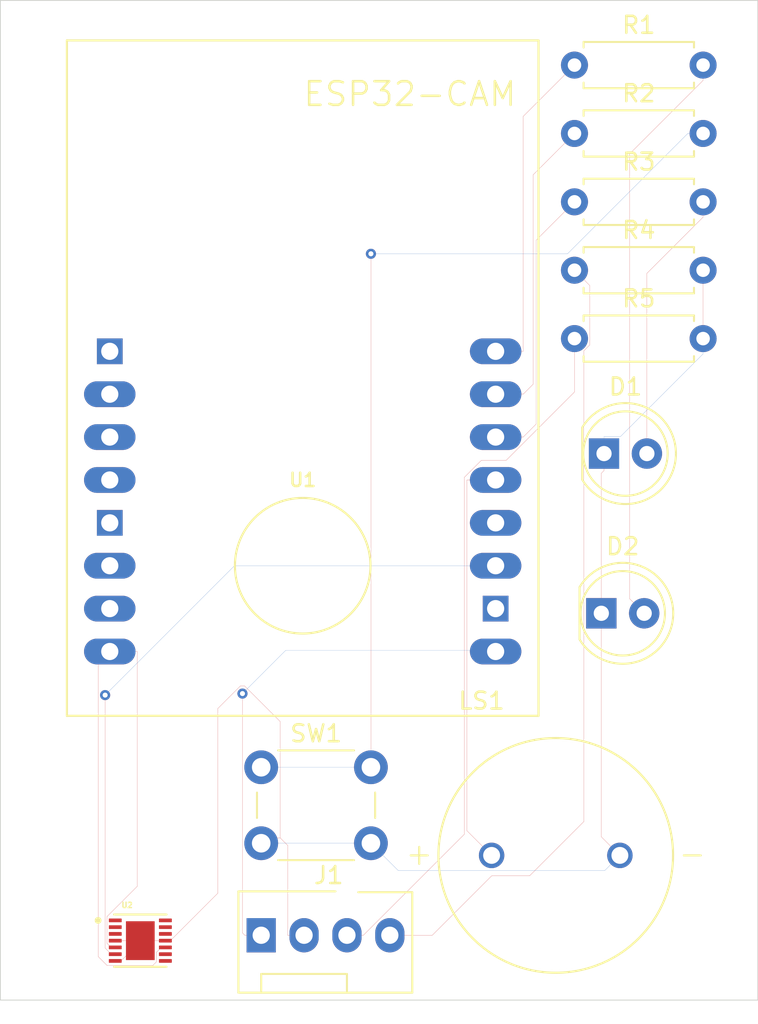
<source format=kicad_pcb>
(kicad_pcb (version 20240108) (generator "pcbnew") (generator_version "8.0")
  (layers (0 "F.Cu" signal) (31 "B.Cu" signal) (34 "B.Paste" user) (35 "F.Paste" user) (36 "B.SilkS" user "B.Silkscreen") (37 "F.SilkS" user "F.Silkscreen") (38 "B.Mask" user) (39 "F.Mask" user) (44 "Edge.Cuts" user))
  (net 0 "")
  (net 1 "GND")
  (net 2 "Net-(D1-A)")
  (net 3 "Net-(D2-A)")
  (net 4 "VCC")
  (net 5 "CC2")
  (net 6 "CC1")
  (net 7 "Net-(U1-GPIO15)")
  (net 8 "Net-(U1-GPIO4)")
  (net 9 "Net-(U1-GPIO2)")
  (net 10 "Net-(R2-Pad2)")
  (net 11 "Net-(U1-GPIO14)")
  (net 17 "Net-(U1-GPIO12)")
  (net 18 "Net-(U1-3V3)")
  (footprint "Resistor_THT:R_Axial_DIN0207_L6.3mm_D2.5mm_P7.62mm_Horizontal" (layer "F.Cu") (at 137.08 92.65)
    (property "Reference" "R4" (at 3.81 -2.37 0) (layer "F.SilkS"))
    (property "Value" "5.1k")
    (fp_line (start 0.54 -1.37) (end 7.08 -1.37) (stroke (width 0.12)) (layer "F.SilkS"))
    (fp_line (start 0.54 -1.04) (end 0.54 -1.37) (stroke (width 0.12)) (layer "F.SilkS"))
    (fp_line (start 0.54 1.04) (end 0.54 1.37) (stroke (width 0.12)) (layer "F.SilkS"))
    (fp_line (start 0.54 1.37) (end 7.08 1.37) (stroke (width 0.12)) (layer "F.SilkS"))
    (fp_line (start 7.08 -1.37) (end 7.08 -1.04) (stroke (width 0.12)) (layer "F.SilkS"))
    (fp_line (start 7.08 1.37) (end 7.08 1.04) (stroke (width 0.12)) (layer "F.SilkS"))
    (pad "1" thru_hole circle (at 0 0) (size 1.6 1.6) (drill 0.8) (layers "*.Cu" "*.Mask") (net 5 "CC2"))
    (pad "2" thru_hole oval (at 7.62 0) (size 1.6 1.6) (drill 0.8) (layers "*.Cu" "*.Mask") (net 1 "GND"))
  )
  (footprint "Connector:FanPinHeader_1x04_P2.54mm_Vertical" (layer "F.Cu") (at 118.52 132.04)
    (property "Reference" "J1" (at 4 -3.55 0) (layer "F.SilkS"))
    (property "Value" "USB-C Breakout Board")
    (fp_line (start -1.35 -2.6) (end 4.4 -2.6) (stroke (width 0.12)) (layer "F.SilkS"))
    (fp_line (start -1.35 3.4) (end -1.35 -2.6) (stroke (width 0.12)) (layer "F.SilkS"))
    (fp_line (start 0 2.29) (end 5.08 2.29) (stroke (width 0.12)) (layer "F.SilkS"))
    (fp_line (start 0 3.3) (end 0 2.29) (stroke (width 0.12)) (layer "F.SilkS"))
    (fp_line (start 5.08 2.29) (end 5.08 3.3) (stroke (width 0.12)) (layer "F.SilkS"))
    (fp_line (start 5.75 -2.55) (end 8.95 -2.55) (stroke (width 0.12)) (layer "F.SilkS"))
    (fp_line (start 8.95 -2.55) (end 8.95 3.4) (stroke (width 0.12)) (layer "F.SilkS"))
    (fp_line (start 8.95 3.4) (end -1.35 3.4) (stroke (width 0.12)) (layer "F.SilkS"))
    (pad "" np_thru_hole circle (at 5.08 -2.16 90) (size 1.1 1.1) (drill 1.1) (layers "*.Cu" "*.Mask"))
    (pad "1" thru_hole rect (at 0 0 90) (size 2.03 1.73) (drill 1.02) (layers "*.Cu" "*.Mask") (net 4 "VCC"))
    (pad "2" thru_hole oval (at 2.54 0 90) (size 2.03 1.73) (drill 1.02) (layers "*.Cu" "*.Mask") (net 1 "GND"))
    (pad "3" thru_hole oval (at 5.08 0 90) (size 2.03 1.73) (drill 1.02) (layers "*.Cu" "*.Mask") (net 6 "CC1"))
    (pad "4" thru_hole oval (at 7.62 0 90) (size 2.03 1.73) (drill 1.02) (layers "*.Cu" "*.Mask") (net 5 "CC2"))
  )
  (footprint "MAX9814ETD_T:SON40P300X300X80-15N" (layer "F.Cu") (at 111.3575 132.36)
    (property "Reference" "U2" (at -0.784 -2.1032 0) (layer "F.SilkS") (effects (font (size 0.32 0.32))))
    (property "Value" "MAX9814")
    (fp_line (start -1.55 -1.55) (end 1.55 -1.55) (stroke (width 0.127)) (layer "F.SilkS"))
    (fp_line (start -1.55 1.55) (end 1.55 1.55) (stroke (width 0.127)) (layer "F.SilkS"))
    (fp_circle (center -2.5 -1.2) (end -2.4 -1.2) (stroke (width 0.2)) (fill none) (layer "F.SilkS"))
    (pad "1" smd roundrect (at -1.485 -1.2) (size 0.76 0.22) (layers "F.Cu" "F.Paste" "F.Mask") (roundrect_rratio 0.125))
    (pad "2" smd roundrect (at -1.485 -0.8) (size 0.76 0.22) (layers "F.Cu" "F.Paste" "F.Mask") (roundrect_rratio 0.125))
    (pad "3" smd roundrect (at -1.485 -0.4) (size 0.76 0.22) (layers "F.Cu" "F.Paste" "F.Mask") (roundrect_rratio 0.125))
    (pad "4" smd roundrect (at -1.485 0) (size 0.76 0.22) (layers "F.Cu" "F.Paste" "F.Mask") (roundrect_rratio 0.125) (net 1 "GND"))
    (pad "5" smd roundrect (at -1.485 0.4) (size 0.76 0.22) (layers "F.Cu" "F.Paste" "F.Mask") (roundrect_rratio 0.125) (net 18 "Net-(U1-3V3)"))
    (pad "6" smd roundrect (at -1.485 0.8) (size 0.76 0.22) (layers "F.Cu" "F.Paste" "F.Mask") (roundrect_rratio 0.125) (net 17 "Net-(U1-GPIO12)"))
    (pad "7" smd roundrect (at -1.485 1.2) (size 0.76 0.22) (layers "F.Cu" "F.Paste" "F.Mask") (roundrect_rratio 0.125) (net 1 "GND"))
    (pad "8" smd roundrect (at 1.485 1.2) (size 0.76 0.22) (layers "F.Cu" "F.Paste" "F.Mask") (roundrect_rratio 0.125))
    (pad "9" smd roundrect (at 1.485 0.8) (size 0.76 0.22) (layers "F.Cu" "F.Paste" "F.Mask") (roundrect_rratio 0.125))
    (pad "10" smd roundrect (at 1.485 0.4) (size 0.76 0.22) (layers "F.Cu" "F.Paste" "F.Mask") (roundrect_rratio 0.125) (net 18 "Net-(U1-3V3)"))
    (pad "11" smd roundrect (at 1.485 0) (size 0.76 0.22) (layers "F.Cu" "F.Paste" "F.Mask") (roundrect_rratio 0.125) (net 1 "GND"))
    (pad "12" smd roundrect (at 1.485 -0.4) (size 0.76 0.22) (layers "F.Cu" "F.Paste" "F.Mask") (roundrect_rratio 0.125))
    (pad "13" smd roundrect (at 1.485 -0.8) (size 0.76 0.22) (layers "F.Cu" "F.Paste" "F.Mask") (roundrect_rratio 0.125))
    (pad "14" smd roundrect (at 1.485 -1.2) (size 0.76 0.22) (layers "F.Cu" "F.Paste" "F.Mask") (roundrect_rratio 0.125))
    (pad "15" smd rect (at 0 0) (size 1.7 2.3) (layers "F.Cu" "F.Mask") (net 1 "GND"))
  )
  (footprint "Resistor_THT:R_Axial_DIN0207_L6.3mm_D2.5mm_P7.62mm_Horizontal" (layer "F.Cu") (at 137.08 80.5)
    (property "Reference" "R1" (at 3.81 -2.37 0) (layer "F.SilkS"))
    (property "Value" "1k")
    (fp_line (start 0.54 -1.37) (end 7.08 -1.37) (stroke (width 0.12)) (layer "F.SilkS"))
    (fp_line (start 0.54 -1.04) (end 0.54 -1.37) (stroke (width 0.12)) (layer "F.SilkS"))
    (fp_line (start 0.54 1.04) (end 0.54 1.37) (stroke (width 0.12)) (layer "F.SilkS"))
    (fp_line (start 0.54 1.37) (end 7.08 1.37) (stroke (width 0.12)) (layer "F.SilkS"))
    (fp_line (start 7.08 -1.37) (end 7.08 -1.04) (stroke (width 0.12)) (layer "F.SilkS"))
    (fp_line (start 7.08 1.37) (end 7.08 1.04) (stroke (width 0.12)) (layer "F.SilkS"))
    (pad "1" thru_hole circle (at 0 0) (size 1.6 1.6) (drill 0.8) (layers "*.Cu" "*.Mask") (net 8 "Net-(U1-GPIO4)"))
    (pad "2" thru_hole oval (at 7.62 0) (size 1.6 1.6) (drill 0.8) (layers "*.Cu" "*.Mask") (net 3 "Net-(D2-A)"))
  )
  (footprint "LED_THT:LED_D5.0mm" (layer "F.Cu") (at 138.67 112.97)
    (property "Reference" "D2" (at 1.27 -3.96 0) (layer "F.SilkS"))
    (property "Value" "Blue")
    (fp_line (start -1.29 -1.545) (end -1.29 1.545) (stroke (width 0.12)) (layer "F.SilkS"))
    (fp_arc (start -1.29 -1.54483) (mid 2.071756 -2.880501) (end 4.26 -0.000048) (stroke (width 0.12)) (layer "F.SilkS"))
    (fp_arc (start 4.26 0.000048) (mid 2.071756 2.880501) (end -1.29 1.54483) (stroke (width 0.12)) (layer "F.SilkS"))
    (fp_circle (center 1.27 0) (end 3.77 0) (stroke (width 0.12)) (fill none) (layer "F.SilkS"))
    (pad "1" thru_hole rect (at 0 0) (size 1.8 1.8) (drill 0.9) (layers "*.Cu" "*.Mask") (net 1 "GND"))
    (pad "2" thru_hole circle (at 2.54 0) (size 1.8 1.8) (drill 0.9) (layers "*.Cu" "*.Mask") (net 3 "Net-(D2-A)"))
  )
  (footprint "Resistor_THT:R_Axial_DIN0207_L6.3mm_D2.5mm_P7.62mm_Horizontal" (layer "F.Cu") (at 137.08 84.55)
    (property "Reference" "R2" (at 3.81 -2.37 0) (layer "F.SilkS"))
    (property "Value" "10k")
    (fp_line (start 0.54 -1.37) (end 7.08 -1.37) (stroke (width 0.12)) (layer "F.SilkS"))
    (fp_line (start 0.54 -1.04) (end 0.54 -1.37) (stroke (width 0.12)) (layer "F.SilkS"))
    (fp_line (start 0.54 1.04) (end 0.54 1.37) (stroke (width 0.12)) (layer "F.SilkS"))
    (fp_line (start 0.54 1.37) (end 7.08 1.37) (stroke (width 0.12)) (layer "F.SilkS"))
    (fp_line (start 7.08 -1.37) (end 7.08 -1.04) (stroke (width 0.12)) (layer "F.SilkS"))
    (fp_line (start 7.08 1.37) (end 7.08 1.04) (stroke (width 0.12)) (layer "F.SilkS"))
    (pad "1" thru_hole circle (at 0 0) (size 1.6 1.6) (drill 0.8) (layers "*.Cu" "*.Mask") (net 9 "Net-(U1-GPIO2)"))
    (pad "2" thru_hole oval (at 7.62 0) (size 1.6 1.6) (drill 0.8) (layers "*.Cu" "*.Mask") (net 10 "Net-(R2-Pad2)"))
  )
  (footprint "Resistor_THT:R_Axial_DIN0207_L6.3mm_D2.5mm_P7.62mm_Horizontal" (layer "F.Cu") (at 137.08 96.7)
    (property "Reference" "R5" (at 3.81 -2.37 0) (layer "F.SilkS"))
    (property "Value" "5.1k")
    (fp_line (start 0.54 -1.37) (end 7.08 -1.37) (stroke (width 0.12)) (layer "F.SilkS"))
    (fp_line (start 0.54 -1.04) (end 0.54 -1.37) (stroke (width 0.12)) (layer "F.SilkS"))
    (fp_line (start 0.54 1.04) (end 0.54 1.37) (stroke (width 0.12)) (layer "F.SilkS"))
    (fp_line (start 0.54 1.37) (end 7.08 1.37) (stroke (width 0.12)) (layer "F.SilkS"))
    (fp_line (start 7.08 -1.37) (end 7.08 -1.04) (stroke (width 0.12)) (layer "F.SilkS"))
    (fp_line (start 7.08 1.37) (end 7.08 1.04) (stroke (width 0.12)) (layer "F.SilkS"))
    (pad "1" thru_hole circle (at 0 0) (size 1.6 1.6) (drill 0.8) (layers "*.Cu" "*.Mask") (net 6 "CC1"))
    (pad "2" thru_hole oval (at 7.62 0) (size 1.6 1.6) (drill 0.8) (layers "*.Cu" "*.Mask") (net 1 "GND"))
  )
  (footprint "Button_Switch_THT:SW_PUSH_6mm_H13mm" (layer "F.Cu") (at 118.52 122.09)
    (property "Reference" "SW1" (at 3.25 -2 0) (layer "F.SilkS"))
    (property "Value" "SW_Push")
    (fp_line (start -0.25 1.5) (end -0.25 3) (stroke (width 0.12)) (layer "F.SilkS"))
    (fp_line (start 1 5.5) (end 5.5 5.5) (stroke (width 0.12)) (layer "F.SilkS"))
    (fp_line (start 5.5 -1) (end 1 -1) (stroke (width 0.12)) (layer "F.SilkS"))
    (fp_line (start 6.75 3) (end 6.75 1.5) (stroke (width 0.12)) (layer "F.SilkS"))
    (pad "1" thru_hole circle (at 0 0 90) (size 2 2) (drill 1.1) (layers "*.Cu" "*.Mask") (net 10 "Net-(R2-Pad2)"))
    (pad "1" thru_hole circle (at 6.5 0 90) (size 2 2) (drill 1.1) (layers "*.Cu" "*.Mask") (net 10 "Net-(R2-Pad2)"))
    (pad "2" thru_hole circle (at 0 4.5 90) (size 2 2) (drill 1.1) (layers "*.Cu" "*.Mask") (net 1 "GND"))
    (pad "2" thru_hole circle (at 6.5 4.5 90) (size 2 2) (drill 1.1) (layers "*.Cu" "*.Mask") (net 1 "GND"))
  )
  (footprint "ESP32-CAM:ESP32-CAM" (layer "F.Cu") (at 120.9785 105.0735)
    (property "Reference" "U1" (at 0 0 0) (layer "F.SilkS") (effects (font (size 0.787402 0.787402))))
    (property "Value" "ESP32-CAM")
    (fp_line (start -13.97 -26.035) (end -13.97 13.97) (stroke (width 0.127)) (layer "F.SilkS"))
    (fp_line (start -13.97 13.97) (end 13.97 13.97) (stroke (width 0.127)) (layer "F.SilkS"))
    (fp_line (start 13.97 -26.035) (end -13.97 -26.035) (stroke (width 0.127)) (layer "F.SilkS"))
    (fp_line (start 13.97 13.97) (end 13.97 -26.035) (stroke (width 0.127)) (layer "F.SilkS"))
    (fp_circle (center 0 5.08) (end 4.01609 5.08) (stroke (width 0.127)) (fill none) (layer "F.SilkS"))
    (fp_text user "ESP32-CAM" (at 6.35 -22.86 0) (layer "F.SilkS") (effects (font (size 1.4 1.4))))
    (pad "P$1" thru_hole rect (at -11.43 -7.62) (size 1.524 1.524) (drill 1.016) (layers "*.Cu" "*.Mask"))
    (pad "P$2" thru_hole oval (at -11.43 -5.08) (size 3.048 1.524) (drill 1.016) (layers "*.Cu" "*.Mask"))
    (pad "P$3" thru_hole oval (at -11.43 -2.54) (size 3.048 1.524) (drill 1.016) (layers "*.Cu" "*.Mask"))
    (pad "P$4" thru_hole oval (at -11.43 0) (size 3.048 1.524) (drill 1.016) (layers "*.Cu" "*.Mask"))
    (pad "P$5" thru_hole rect (at -11.43 2.54) (size 1.524 1.524) (drill 1.016) (layers "*.Cu" "*.Mask"))
    (pad "P$6" thru_hole oval (at -11.43 5.08) (size 3.048 1.524) (drill 1.016) (layers "*.Cu" "*.Mask"))
    (pad "P$7" thru_hole oval (at -11.43 7.62) (size 3.048 1.524) (drill 1.016) (layers "*.Cu" "*.Mask"))
    (pad "P$8" thru_hole oval (at -11.43 10.16) (size 3.048 1.524) (drill 1.016) (layers "*.Cu" "*.Mask") (net 18 "Net-(U1-3V3)"))
    (pad "P$9" thru_hole oval (at 11.43 10.16) (size 3.048 1.524) (drill 1.016) (layers "*.Cu" "*.Mask") (net 4 "VCC"))
    (pad "P$10" thru_hole rect (at 11.43 7.62) (size 1.524 1.524) (drill 1.016) (layers "*.Cu" "*.Mask"))
    (pad "P$11" thru_hole oval (at 11.43 5.08) (size 3.048 1.524) (drill 1.016) (layers "*.Cu" "*.Mask") (net 17 "Net-(U1-GPIO12)"))
    (pad "P$12" thru_hole oval (at 11.43 2.54) (size 3.048 1.524) (drill 1.016) (layers "*.Cu" "*.Mask"))
    (pad "P$13" thru_hole oval (at 11.43 0) (size 3.048 1.524) (drill 1.016) (layers "*.Cu" "*.Mask") (net 7 "Net-(U1-GPIO15)"))
    (pad "P$14" thru_hole oval (at 11.43 -2.54) (size 3.048 1.524) (drill 1.016) (layers "*.Cu" "*.Mask") (net 11 "Net-(U1-GPIO14)"))
    (pad "P$15" thru_hole oval (at 11.43 -5.08) (size 3.048 1.524) (drill 1.016) (layers "*.Cu" "*.Mask") (net 9 "Net-(U1-GPIO2)"))
    (pad "P$16" thru_hole oval (at 11.43 -7.62) (size 3.048 1.524) (drill 1.016) (layers "*.Cu" "*.Mask") (net 8 "Net-(U1-GPIO4)"))
  )
  (footprint "LED_THT:LED_D5.0mm" (layer "F.Cu") (at 138.83 103.51)
    (property "Reference" "D1" (at 1.27 -3.96 0) (layer "F.SilkS"))
    (property "Value" "Red")
    (fp_line (start -1.29 -1.545) (end -1.29 1.545) (stroke (width 0.12)) (layer "F.SilkS"))
    (fp_arc (start -1.29 -1.54483) (mid 2.071756 -2.880501) (end 4.26 -0.000048) (stroke (width 0.12)) (layer "F.SilkS"))
    (fp_arc (start 4.26 0.000048) (mid 2.071756 2.880501) (end -1.29 1.54483) (stroke (width 0.12)) (layer "F.SilkS"))
    (fp_circle (center 1.27 0) (end 3.77 0) (stroke (width 0.12)) (fill none) (layer "F.SilkS"))
    (pad "1" thru_hole rect (at 0 0) (size 1.8 1.8) (drill 0.9) (layers "*.Cu" "*.Mask") (net 1 "GND"))
    (pad "2" thru_hole circle (at 2.54 0) (size 1.8 1.8) (drill 0.9) (layers "*.Cu" "*.Mask") (net 2 "Net-(D1-A)"))
  )
  (footprint "Resistor_THT:R_Axial_DIN0207_L6.3mm_D2.5mm_P7.62mm_Horizontal" (layer "F.Cu") (at 137.08 88.6)
    (property "Reference" "R3" (at 3.81 -2.37 0) (layer "F.SilkS"))
    (property "Value" "1k")
    (fp_line (start 0.54 -1.37) (end 7.08 -1.37) (stroke (width 0.12)) (layer "F.SilkS"))
    (fp_line (start 0.54 -1.04) (end 0.54 -1.37) (stroke (width 0.12)) (layer "F.SilkS"))
    (fp_line (start 0.54 1.04) (end 0.54 1.37) (stroke (width 0.12)) (layer "F.SilkS"))
    (fp_line (start 0.54 1.37) (end 7.08 1.37) (stroke (width 0.12)) (layer "F.SilkS"))
    (fp_line (start 7.08 -1.37) (end 7.08 -1.04) (stroke (width 0.12)) (layer "F.SilkS"))
    (fp_line (start 7.08 1.37) (end 7.08 1.04) (stroke (width 0.12)) (layer "F.SilkS"))
    (pad "1" thru_hole circle (at 0 0) (size 1.6 1.6) (drill 0.8) (layers "*.Cu" "*.Mask") (net 11 "Net-(U1-GPIO14)"))
    (pad "2" thru_hole oval (at 7.62 0) (size 1.6 1.6) (drill 0.8) (layers "*.Cu" "*.Mask") (net 2 "Net-(D1-A)"))
  )
  (footprint "XDCR_KPEG242-5V:XDCR_KPEG242-5V" (layer "F.Cu") (at 135.97 127.31)
    (property "Reference" "LS1" (at -4.395 -9.155 0) (layer "F.SilkS"))
    (property "Value" "KPEG242-5V")
    (fp_line (start -8.59 0) (end -7.59 0) (stroke (width 0.127)) (layer "F.SilkS"))
    (fp_line (start -8.09 -0.5) (end -8.09 0.5) (stroke (width 0.127)) (layer "F.SilkS"))
    (fp_line (start 7.59 0) (end 8.59 0) (stroke (width 0.127)) (layer "F.SilkS"))
    (fp_circle (center 0 0) (end 6.95 0) (stroke (width 0.127)) (fill none) (layer "F.SilkS"))
    (pad "N" thru_hole circle (at 3.8 0) (size 1.508 1.508) (drill 1) (layers "*.Cu" "*.Mask") (net 1 "GND"))
    (pad "P" thru_hole circle (at -3.8 0) (size 1.508 1.508) (drill 1) (layers "*.Cu" "*.Mask") (net 7 "Net-(U1-GPIO15)"))
  )
  (gr_rect (start 103.07 76.67) (end 147.94 135.88) (stroke (width 0.05)) (fill none) (layer "Edge.Cuts"))
  (segment (start 119.6439 119.3799) (end 117.5379 117.2739) (width 0.01) (layer "F.Cu") (net 1))
  (segment (start 110.4008 132.36) (end 109.8725 132.36) (width 0.01) (layer "F.Cu") (net 1))
  (segment (start 115.9518 118.6078) (end 115.9518 129.5464) (width 0.01) (layer "F.Cu") (net 1))
  (segment (start 117.5379 117.2739) (end 117.2857 117.2739) (width 0.01) (layer "F.Cu") (net 1))
  (segment (start 138.67 104.6767) (end 138.67 112.97) (width 0.01) (layer "F.Cu") (net 1))
  (segment (start 138.67 126.21) (end 139.77 127.31) (width 0.01) (layer "F.Cu") (net 1))
  (segment (start 112.8425 132.36) (end 111.3575 132.36) (width 0.01) (layer "F.Cu") (net 1))
  (segment (start 111.2874 132.4874) (end 110.2148 133.56) (width 0.01) (layer "F.Cu") (net 1))
  (segment (start 138.83 103.51) (end 138.83 104.5167) (width 0.01) (layer "F.Cu") (net 1))
  (segment (start 113.1382 132.36) (end 112.8425 132.36) (width 0.01) (layer "F.Cu") (net 1))
  (segment (start 138.67 112.97) (end 138.67 126.21) (width 0.01) (layer "F.Cu") (net 1))
  (segment (start 144.7 92.65) (end 144.7 96.7) (width 0.01) (layer "F.Cu") (net 1))
  (segment (start 118.52 126.59) (end 118.8381 126.2719) (width 0.01) (layer "F.Cu") (net 1))
  (segment (start 111.3575 132.36) (end 111.2874 132.36) (width 0.01) (layer "F.Cu") (net 1))
  (segment (start 118.8381 126.2719) (end 119.6439 126.2719) (width 0.01) (layer "F.Cu") (net 1))
  (segment (start 115.9518 129.5464) (end 113.1382 132.36) (width 0.01) (layer "F.Cu") (net 1))
  (segment (start 117.2857 117.2739) (end 115.9518 118.6078) (width 0.01) (layer "F.Cu") (net 1))
  (segment (start 110.2148 133.56) (end 109.8725 133.56) (width 0.01) (layer "F.Cu") (net 1))
  (segment (start 138.83 104.5167) (end 138.67 104.6767) (width 0.01) (layer "F.Cu") (net 1))
  (segment (start 120.0883 126.7163) (end 120.0883 132.04) (width 0.01) (layer "F.Cu") (net 1))
  (segment (start 111.2874 132.36) (end 110.4008 132.36) (width 0.01) (layer "F.Cu") (net 1))
  (segment (start 111.2874 132.36) (end 111.2874 132.4874) (width 0.01) (layer "F.Cu") (net 1))
  (segment (start 119.6439 126.2719) (end 120.0883 126.7163) (width 0.01) (layer "F.Cu") (net 1))
  (segment (start 119.6439 126.2719) (end 119.6439 119.3799) (width 0.01) (layer "F.Cu") (net 1))
  (segment (start 121.06 132.04) (end 120.0883 132.04) (width 0.01) (layer "F.Cu") (net 1))
  (segment (start 139.8034 102.5033) (end 138.83 102.5033) (width 0.01) (layer "B.Cu") (net 1))
  (segment (start 126.6311 128.2011) (end 125.02 126.59) (width 0.01) (layer "B.Cu") (net 1))
  (segment (start 138.83 103.51) (end 138.83 102.5033) (width 0.01) (layer "B.Cu") (net 1))
  (segment (start 118.52 126.59) (end 125.02 126.59) (width 0.01) (layer "B.Cu") (net 1))
  (segment (start 144.7 97.6067) (end 139.8034 102.5033) (width 0.01) (layer "B.Cu") (net 1))
  (segment (start 138.8789 128.2011) (end 126.6311 128.2011) (width 0.01) (layer "B.Cu") (net 1))
  (segment (start 139.77 127.31) (end 138.8789 128.2011) (width 0.01) (layer "B.Cu") (net 1))
  (segment (start 144.7 96.7) (end 144.7 97.6067) (width 0.01) (layer "B.Cu") (net 1))
  (segment (start 141.37 92.8367) (end 144.7 89.5067) (width 0.01) (layer "F.Cu") (net 2))
  (segment (start 144.7 88.6) (end 144.7 89.5067) (width 0.01) (layer "F.Cu") (net 2))
  (segment (start 141.37 103.51) (end 141.37 92.8367) (width 0.01) (layer "F.Cu") (net 2))
  (segment (start 144.7 80.5) (end 144.7 81.4067) (width 0.01) (layer "F.Cu") (net 3))
  (segment (start 140.3443 112.1043) (end 140.3443 85.7624) (width 0.01) (layer "F.Cu") (net 3))
  (segment (start 140.3443 85.7624) (end 144.7 81.4067) (width 0.01) (layer "F.Cu") (net 3))
  (segment (start 141.21 112.97) (end 140.3443 112.1043) (width 0.01) (layer "F.Cu") (net 3))
  (segment (start 118.52 132.04) (end 117.5483 132.04) (width 0.01) (layer "F.Cu") (net 4))
  (segment (start 117.4094 131.9011) (end 117.4094 117.7253) (width 0.01) (layer "F.Cu") (net 4))
  (segment (start 117.5483 132.04) (end 117.4094 131.9011) (width 0.01) (layer "F.Cu") (net 4))
  (via (at 117.4094 117.7253) (size 0.6) (drill 0.3) (layers "F.Cu" "B.Cu") (net 4))
  (segment (start 132.4085 115.2335) (end 132.345 115.17) (width 0.01) (layer "B.Cu") (net 4))
  (segment (start 132.345 115.17) (end 119.9647 115.17) (width 0.01) (layer "B.Cu") (net 4))
  (segment (start 119.9647 115.17) (end 117.4094 117.7253) (width 0.01) (layer "B.Cu") (net 4))
  (segment (start 134.42 128.52) (end 137.639932 125.300068) (width 0.01) (layer "F.Cu") (net 5))
  (segment (start 137.639932 97.419932) (end 137.985 97.074864) (width 0.01) (layer "F.Cu") (net 5))
  (segment (start 128.65481 132.04) (end 132.17481 128.52) (width 0.01) (layer "F.Cu") (net 5))
  (segment (start 132.17481 128.52) (end 134.42 128.52) (width 0.01) (layer "F.Cu") (net 5))
  (segment (start 137.985 97.074864) (end 137.985 93.555) (width 0.01) (layer "F.Cu") (net 5))
  (segment (start 137.985 93.555) (end 137.08 92.65) (width 0.01) (layer "F.Cu") (net 5))
  (segment (start 126.14 132.04) (end 128.65481 132.04) (width 0.01) (layer "F.Cu") (net 5))
  (segment (start 137.639932 125.300068) (end 137.639932 97.419932) (width 0.01) (layer "F.Cu") (net 5))
  (segment (start 131.5586 103.9135) (end 133.0298 103.9135) (width 0.01) (layer "F.Cu") (net 6))
  (segment (start 124.5717 132.04) (end 130.5556 126.0561) (width 0.01) (layer "F.Cu") (net 6))
  (segment (start 133.0298 103.9135) (end 137.08 99.8633) (width 0.01) (layer "F.Cu") (net 6))
  (segment (start 130.5556 104.9165) (end 131.5586 103.9135) (width 0.01) (layer "F.Cu") (net 6))
  (segment (start 123.6 132.04) (end 124.5717 132.04) (width 0.01) (layer "F.Cu") (net 6))
  (segment (start 130.5556 126.0561) (end 130.5556 104.9165) (width 0.01) (layer "F.Cu") (net 6))
  (segment (start 137.08 99.8633) (end 137.08 96.7) (width 0.01) (layer "F.Cu") (net 6))
  (segment (start 132.17 127.31) (end 130.71 125.85) (width 0.01) (layer "F.Cu") (net 7))
  (segment (start 130.71 125.85) (end 130.71 105.0735) (width 0.01) (layer "F.Cu") (net 7))
  (segment (start 130.71 105.0735) (end 132.4085 105.0735) (width 0.01) (layer "F.Cu") (net 7))
  (segment (start 134.0392 83.5408) (end 134.0392 97.4535) (width 0.01) (layer "F.Cu") (net 8))
  (segment (start 132.4085 97.4535) (end 134.0392 97.4535) (width 0.01) (layer "F.Cu") (net 8))
  (segment (start 137.08 80.5) (end 134.0392 83.5408) (width 0.01) (layer "F.Cu") (net 8))
  (segment (start 132.4085 99.9935) (end 134.0392 99.9935) (width 0.01) (layer "F.Cu") (net 9))
  (segment (start 137.08 84.55) (end 134.6343 86.9957) (width 0.01) (layer "F.Cu") (net 9))
  (segment (start 134.6343 99.3984) (end 134.0392 99.9935) (width 0.01) (layer "F.Cu") (net 9))
  (segment (start 134.6343 86.9957) (end 134.6343 99.3984) (width 0.01) (layer "F.Cu") (net 9))
  (segment (start 125.02 91.6773) (end 125.02 122.09) (width 0.01) (layer "F.Cu") (net 10))
  (via (at 125.02 91.6773) (size 0.6) (drill 0.3) (layers "F.Cu" "B.Cu") (net 10))
  (segment (start 125.02 122.09) (end 118.52 122.09) (width 0.01) (layer "B.Cu") (net 10))
  (segment (start 143.7933 84.55) (end 136.666 91.6773) (width 0.01) (layer "B.Cu") (net 10))
  (segment (start 136.666 91.6773) (end 125.02 91.6773) (width 0.01) (layer "B.Cu") (net 10))
  (segment (start 144.7 84.55) (end 143.7933 84.55) (width 0.01) (layer "B.Cu") (net 10))
  (segment (start 132.4085 102.5335) (end 134.0392 102.5335) (width 0.01) (layer "F.Cu") (net 11))
  (segment (start 137.08 88.6) (end 134.816 90.864) (width 0.01) (layer "F.Cu") (net 11))
  (segment (start 134.816 101.7567) (end 134.0392 102.5335) (width 0.01) (layer "F.Cu") (net 11))
  (segment (start 134.816 90.864) (end 134.816 101.7567) (width 0.01) (layer "F.Cu") (net 11))
  (segment (start 109.2732 132.7961) (end 109.6371 133.16) (width 0.01) (layer "F.Cu") (net 17))
  (segment (start 109.2732 117.8153) (end 109.2732 132.7961) (width 0.01) (layer "F.Cu") (net 17))
  (segment (start 109.6371 133.16) (end 109.8725 133.16) (width 0.01) (layer "F.Cu") (net 17))
  (via (at 109.2732 117.8153) (size 0.6) (drill 0.3) (layers "F.Cu" "B.Cu") (net 17))
  (segment (start 132.4085 110.1535) (end 116.935 110.1535) (width 0.01) (layer "B.Cu") (net 17))
  (segment (start 116.935 110.1535) (end 109.2732 117.8153) (width 0.01) (layer "B.Cu") (net 17))
  (segment (start 109.5485 115.2335) (end 111.1792 115.2335) (width 0.01) (layer "F.Cu") (net 18))
  (segment (start 109.6246 132.76) (end 109.8725 132.76) (width 0.01) (layer "F.Cu") (net 18))
  (segment (start 108.8682 133.3082) (end 108.8682 115.9138) (width 0.01) (layer "F.Cu") (net 18))
  (segment (start 109.3832 132.5186) (end 109.6246 132.76) (width 0.01) (layer "F.Cu") (net 18))
  (segment (start 108.8682 115.9138) (end 109.5485 115.2335) (width 0.01) (layer "F.Cu") (net 18))
  (segment (start 112.8425 132.76) (end 112.6025 132.76) (width 0.01) (layer "F.Cu") (net 18))
  (segment (start 112.6025 132.76) (end 112.3125 133.05) (width 0.01) (layer "F.Cu") (net 18))
  (segment (start 109.3832 130.9346) (end 109.3832 132.5186) (width 0.01) (layer "F.Cu") (net 18))
  (segment (start 112.3125 133.05) (end 112.3125 133.615) (width 0.01) (layer "F.Cu") (net 18))
  (segment (start 109.39 133.83) (end 108.8682 133.3082) (width 0.01) (layer "F.Cu") (net 18))
  (segment (start 111.1792 129.1386) (end 109.3832 130.9346) (width 0.01) (layer "F.Cu") (net 18))
  (segment (start 112.0975 133.83) (end 109.39 133.83) (width 0.01) (layer "F.Cu") (net 18))
  (segment (start 111.1792 115.2335) (end 111.1792 129.1386) (width 0.01) (layer "F.Cu") (net 18))
  (segment (start 112.3125 133.615) (end 112.0975 133.83) (width 0.01) (layer "F.Cu") (net 18))
)
</source>
